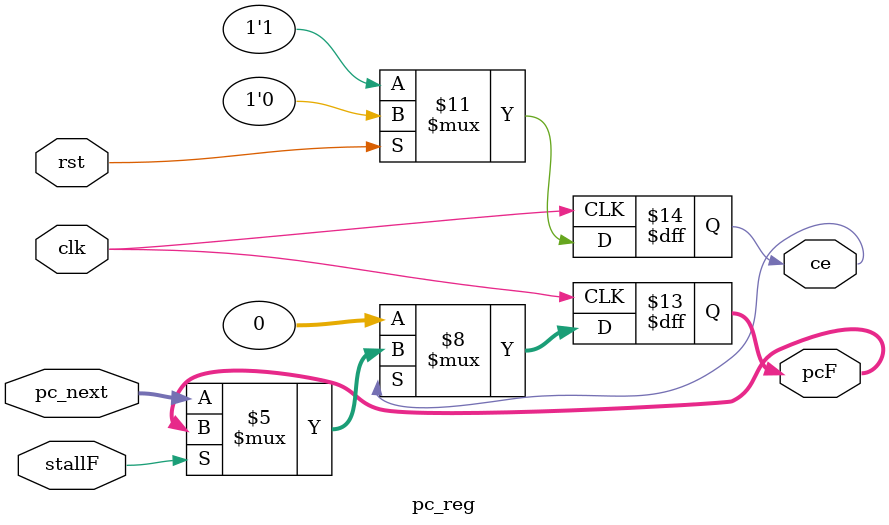
<source format=v>
`include "defines.vh"

module pc_reg (
    input  wire clk,
    input  wire rst,
    input  wire stallF,
    input  wire [31:0] pc_next,
    output reg  [31:0] pcF,
    output reg  ce
);
    always @(posedge clk) begin
        if(rst) begin
            ce <= 1'b0;
        end else begin
            ce <= 1'b1;
        end
    end

    always @(posedge clk) begin
        if(!ce) begin
            pcF <= 32'h0;
        end
        else if(~stallF) begin
            pcF <= pc_next;
        end
    end
endmodule //pc_reg
</source>
